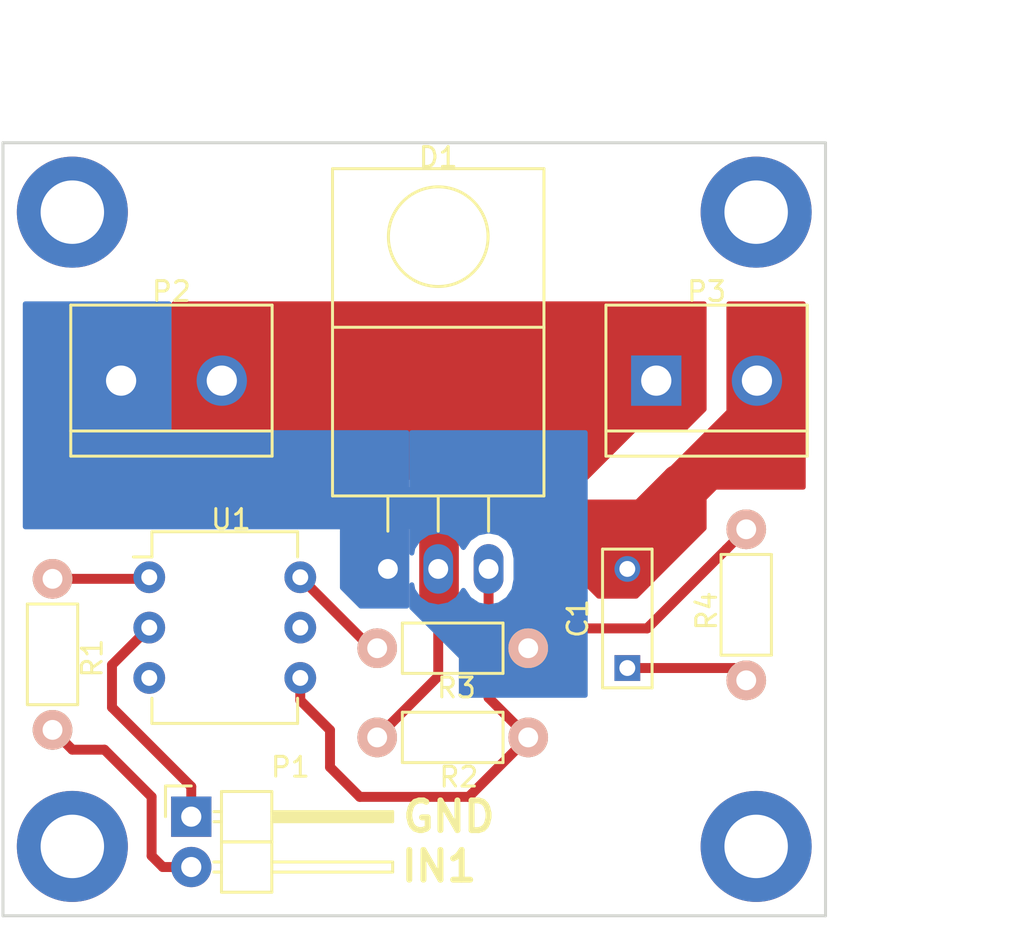
<source format=kicad_pcb>
(kicad_pcb (version 20171130) (host pcbnew "(5.0.0)")

  (general
    (thickness 1.6)
    (drawings 8)
    (tracks 53)
    (zones 0)
    (modules 14)
    (nets 10)
  )

  (page A4)
  (layers
    (0 F.Cu signal)
    (31 B.Cu signal)
    (32 B.Adhes user)
    (33 F.Adhes user)
    (34 B.Paste user)
    (35 F.Paste user)
    (36 B.SilkS user)
    (37 F.SilkS user)
    (38 B.Mask user)
    (39 F.Mask user)
    (40 Dwgs.User user)
    (41 Cmts.User user)
    (42 Eco1.User user)
    (43 Eco2.User user)
    (44 Edge.Cuts user)
    (45 Margin user)
    (46 B.CrtYd user)
    (47 F.CrtYd user)
    (48 B.Fab user)
    (49 F.Fab user)
  )

  (setup
    (last_trace_width 0.5)
    (trace_clearance 0.2)
    (zone_clearance 0.508)
    (zone_45_only no)
    (trace_min 0.2)
    (segment_width 0.2)
    (edge_width 0.15)
    (via_size 0.6)
    (via_drill 0.4)
    (via_min_size 0.4)
    (via_min_drill 0.3)
    (uvia_size 0.3)
    (uvia_drill 0.1)
    (uvias_allowed no)
    (uvia_min_size 0.2)
    (uvia_min_drill 0.1)
    (pcb_text_width 0.3)
    (pcb_text_size 1.5 1.5)
    (mod_edge_width 0.15)
    (mod_text_size 1 1)
    (mod_text_width 0.15)
    (pad_size 1.524 1.524)
    (pad_drill 0.762)
    (pad_to_mask_clearance 0.2)
    (aux_axis_origin 0 0)
    (visible_elements 7FFFEFFF)
    (pcbplotparams
      (layerselection 0x010e0_80000001)
      (usegerberextensions false)
      (usegerberattributes false)
      (usegerberadvancedattributes false)
      (creategerberjobfile false)
      (excludeedgelayer true)
      (linewidth 0.100000)
      (plotframeref false)
      (viasonmask false)
      (mode 1)
      (useauxorigin false)
      (hpglpennumber 1)
      (hpglpenspeed 20)
      (hpglpendiameter 15.000000)
      (psnegative false)
      (psa4output false)
      (plotreference true)
      (plotvalue true)
      (plotinvisibletext false)
      (padsonsilk false)
      (subtractmaskfromsilk false)
      (outputformat 1)
      (mirror false)
      (drillshape 0)
      (scaleselection 1)
      (outputdirectory "../../../../Desktop/ACPowerController/"))
  )

  (net 0 "")
  (net 1 "Net-(C1-Pad1)")
  (net 2 "Net-(C1-Pad2)")
  (net 3 "Net-(D1-Pad1)")
  (net 4 "Net-(D1-Pad3)")
  (net 5 GND)
  (net 6 "Net-(P1-Pad2)")
  (net 7 "Net-(P2-Pad2)")
  (net 8 "Net-(R1-Pad1)")
  (net 9 "Net-(R3-Pad2)")

  (net_class Default "This is the default net class."
    (clearance 0.2)
    (trace_width 0.5)
    (via_dia 0.6)
    (via_drill 0.4)
    (uvia_dia 0.3)
    (uvia_drill 0.1)
    (add_net GND)
    (add_net "Net-(D1-Pad3)")
    (add_net "Net-(P1-Pad2)")
    (add_net "Net-(R1-Pad1)")
    (add_net "Net-(R3-Pad2)")
  )

  (net_class PowerAC ""
    (clearance 0.2)
    (trace_width 1.5)
    (via_dia 0.6)
    (via_drill 0.4)
    (uvia_dia 0.3)
    (uvia_drill 0.1)
    (add_net "Net-(C1-Pad1)")
    (add_net "Net-(C1-Pad2)")
    (add_net "Net-(D1-Pad1)")
    (add_net "Net-(P2-Pad2)")
  )

  (module Mounting_Holes:MountingHole_3.2mm_M3_DIN965_Pad (layer F.Cu) (tedit 585B9712) (tstamp 585B971E)
    (at 147 72.5)
    (descr "Mounting Hole 3.2mm, M3, DIN965")
    (tags "mounting hole 3.2mm m3 din965")
    (fp_text reference "" (at -4 0 90) (layer F.SilkS)
      (effects (font (size 1 1) (thickness 0.15)))
    )
    (fp_text value "" (at 0 3.8) (layer F.Fab)
      (effects (font (size 1 1) (thickness 0.15)))
    )
    (fp_circle (center 0 0) (end 2.8 0) (layer Cmts.User) (width 0.15))
    (fp_circle (center 0 0) (end 3.05 0) (layer F.CrtYd) (width 0.05))
    (pad 1 thru_hole circle (at 0 0) (size 5.6 5.6) (drill 3.2) (layers *.Cu *.Mask))
  )

  (module Mounting_Holes:MountingHole_3.2mm_M3_DIN965_Pad (layer F.Cu) (tedit 585B970F) (tstamp 585B9718)
    (at 147 104.5)
    (descr "Mounting Hole 3.2mm, M3, DIN965")
    (tags "mounting hole 3.2mm m3 din965")
    (fp_text reference "" (at -4 0 90) (layer F.SilkS)
      (effects (font (size 1 1) (thickness 0.15)))
    )
    (fp_text value "" (at 0 3.8) (layer F.Fab)
      (effects (font (size 1 1) (thickness 0.15)))
    )
    (fp_circle (center 0 0) (end 2.8 0) (layer Cmts.User) (width 0.15))
    (fp_circle (center 0 0) (end 3.05 0) (layer F.CrtYd) (width 0.05))
    (pad 1 thru_hole circle (at 0 0) (size 5.6 5.6) (drill 3.2) (layers *.Cu *.Mask))
  )

  (module Mounting_Holes:MountingHole_3.2mm_M3_DIN965_Pad (layer F.Cu) (tedit 585B9716) (tstamp 585B9712)
    (at 112.5 104.5)
    (descr "Mounting Hole 3.2mm, M3, DIN965")
    (tags "mounting hole 3.2mm m3 din965")
    (fp_text reference "" (at 4 0 90) (layer F.SilkS)
      (effects (font (size 1 1) (thickness 0.15)))
    )
    (fp_text value "" (at 0 3.8) (layer F.Fab)
      (effects (font (size 1 1) (thickness 0.15)))
    )
    (fp_circle (center 0 0) (end 2.8 0) (layer Cmts.User) (width 0.15))
    (fp_circle (center 0 0) (end 3.05 0) (layer F.CrtYd) (width 0.05))
    (pad 1 thru_hole circle (at 0 0) (size 5.6 5.6) (drill 3.2) (layers *.Cu *.Mask))
  )

  (module Capacitors_ThroughHole:C_Rect_L7_W2.5_P5 (layer F.Cu) (tedit 0) (tstamp 585B639D)
    (at 140.5 95.5 90)
    (descr "Film Capacitor Length 7mm x Width 2.5mm, Pitch 5mm")
    (tags Capacitor)
    (path /585B666B)
    (fp_text reference C1 (at 2.5 -2.5 90) (layer F.SilkS)
      (effects (font (size 1 1) (thickness 0.15)))
    )
    (fp_text value 0.01uF (at 2.5 2.5 90) (layer F.Fab)
      (effects (font (size 1 1) (thickness 0.15)))
    )
    (fp_line (start -1.25 -1.5) (end 6.25 -1.5) (layer F.CrtYd) (width 0.05))
    (fp_line (start 6.25 -1.5) (end 6.25 1.5) (layer F.CrtYd) (width 0.05))
    (fp_line (start 6.25 1.5) (end -1.25 1.5) (layer F.CrtYd) (width 0.05))
    (fp_line (start -1.25 1.5) (end -1.25 -1.5) (layer F.CrtYd) (width 0.05))
    (fp_line (start -1 -1.25) (end 6 -1.25) (layer F.SilkS) (width 0.15))
    (fp_line (start 6 -1.25) (end 6 1.25) (layer F.SilkS) (width 0.15))
    (fp_line (start 6 1.25) (end -1 1.25) (layer F.SilkS) (width 0.15))
    (fp_line (start -1 1.25) (end -1 -1.25) (layer F.SilkS) (width 0.15))
    (pad 1 thru_hole rect (at 0 0 90) (size 1.3 1.3) (drill 0.8) (layers *.Cu *.Mask)
      (net 1 "Net-(C1-Pad1)"))
    (pad 2 thru_hole circle (at 5 0 90) (size 1.3 1.3) (drill 0.8) (layers *.Cu *.Mask)
      (net 2 "Net-(C1-Pad2)"))
    (model ${KISYS3DMOD}/Capacitor_THT.3dshapes/C_Rect_L7.0mm_W2.0mm_P5.00mm.wrl
      (at (xyz 0 0 0))
      (scale (xyz 1 1 1))
      (rotate (xyz 0 0 0))
    )
  )

  (module TO_SOT_Packages_THT:TO-220_Neutral123_Horizontal (layer F.Cu) (tedit 0) (tstamp 585B63A5)
    (at 130.96 90.5)
    (descr "TO-220, Neutral, Horizontal,")
    (tags "TO-220, Neutral, Horizontal,")
    (path /585B6643)
    (fp_text reference D1 (at 0 -20.764) (layer F.SilkS)
      (effects (font (size 1 1) (thickness 0.15)))
    )
    (fp_text value BT139-800 (at 0.04 -8) (layer F.Fab)
      (effects (font (size 1 1) (thickness 0.15)))
    )
    (fp_circle (center 0 -16.764) (end 1.778 -14.986) (layer F.SilkS) (width 0.15))
    (fp_line (start -2.54 -3.683) (end -2.54 -1.905) (layer F.SilkS) (width 0.15))
    (fp_line (start 0 -3.683) (end 0 -1.905) (layer F.SilkS) (width 0.15))
    (fp_line (start 2.54 -3.683) (end 2.54 -1.905) (layer F.SilkS) (width 0.15))
    (fp_line (start 5.334 -12.192) (end 5.334 -20.193) (layer F.SilkS) (width 0.15))
    (fp_line (start 5.334 -20.193) (end -5.334 -20.193) (layer F.SilkS) (width 0.15))
    (fp_line (start -5.334 -20.193) (end -5.334 -12.192) (layer F.SilkS) (width 0.15))
    (fp_line (start 5.334 -3.683) (end 5.334 -12.192) (layer F.SilkS) (width 0.15))
    (fp_line (start 5.334 -12.192) (end -5.334 -12.192) (layer F.SilkS) (width 0.15))
    (fp_line (start -5.334 -12.192) (end -5.334 -3.683) (layer F.SilkS) (width 0.15))
    (fp_line (start 0 -3.683) (end -5.334 -3.683) (layer F.SilkS) (width 0.15))
    (fp_line (start 0 -3.683) (end 5.334 -3.683) (layer F.SilkS) (width 0.15))
    (pad 2 thru_hole oval (at 0 0 90) (size 2.49936 1.50114) (drill 1.00076) (layers *.Cu *.Mask)
      (net 2 "Net-(C1-Pad2)"))
    (pad 1 thru_hole oval (at -2.54 0 90) (size 2.49936 1.50114) (drill 1.00076) (layers *.Cu *.Mask)
      (net 3 "Net-(D1-Pad1)"))
    (pad 3 thru_hole oval (at 2.54 0 90) (size 2.49936 1.50114) (drill 1.00076) (layers *.Cu *.Mask)
      (net 4 "Net-(D1-Pad3)"))
    (pad "" np_thru_hole circle (at 0 -16.764 90) (size 3.79984 3.79984) (drill 3.79984) (layers *.Cu *.Mask))
    (model TO_SOT_Packages_THT.3dshapes/TO-220_Neutral123_Horizontal.wrl
      (at (xyz 0 0 0))
      (scale (xyz 0.3937 0.3937 0.3937))
      (rotate (xyz 0 0 0))
    )
    (model ${KISYS3DMOD}/Package_TO_SOT_THT.3dshapes/TO-220-3_Horizontal_TabDown.wrl
      (offset (xyz -2.5 0 0))
      (scale (xyz 1 1 1))
      (rotate (xyz 0 0 0))
    )
  )

  (module Pin_Headers:Pin_Header_Angled_1x02 (layer F.Cu) (tedit 0) (tstamp 585B63AB)
    (at 118.5 103)
    (descr "Through hole pin header")
    (tags "pin header")
    (path /585B662F)
    (fp_text reference P1 (at 5 -2.5 180) (layer F.SilkS)
      (effects (font (size 1 1) (thickness 0.15)))
    )
    (fp_text value UCCONN (at 11.5 1 90) (layer F.Fab)
      (effects (font (size 1 1) (thickness 0.15)))
    )
    (fp_line (start -1.5 -1.75) (end -1.5 4.3) (layer F.CrtYd) (width 0.05))
    (fp_line (start 10.65 -1.75) (end 10.65 4.3) (layer F.CrtYd) (width 0.05))
    (fp_line (start -1.5 -1.75) (end 10.65 -1.75) (layer F.CrtYd) (width 0.05))
    (fp_line (start -1.5 4.3) (end 10.65 4.3) (layer F.CrtYd) (width 0.05))
    (fp_line (start -1.3 -1.55) (end -1.3 0) (layer F.SilkS) (width 0.15))
    (fp_line (start 0 -1.55) (end -1.3 -1.55) (layer F.SilkS) (width 0.15))
    (fp_line (start 4.191 -0.127) (end 10.033 -0.127) (layer F.SilkS) (width 0.15))
    (fp_line (start 10.033 -0.127) (end 10.033 0.127) (layer F.SilkS) (width 0.15))
    (fp_line (start 10.033 0.127) (end 4.191 0.127) (layer F.SilkS) (width 0.15))
    (fp_line (start 4.191 0.127) (end 4.191 0) (layer F.SilkS) (width 0.15))
    (fp_line (start 4.191 0) (end 10.033 0) (layer F.SilkS) (width 0.15))
    (fp_line (start 1.524 -0.254) (end 1.143 -0.254) (layer F.SilkS) (width 0.15))
    (fp_line (start 1.524 0.254) (end 1.143 0.254) (layer F.SilkS) (width 0.15))
    (fp_line (start 1.524 2.286) (end 1.143 2.286) (layer F.SilkS) (width 0.15))
    (fp_line (start 1.524 2.794) (end 1.143 2.794) (layer F.SilkS) (width 0.15))
    (fp_line (start 1.524 -1.27) (end 4.064 -1.27) (layer F.SilkS) (width 0.15))
    (fp_line (start 1.524 1.27) (end 4.064 1.27) (layer F.SilkS) (width 0.15))
    (fp_line (start 1.524 1.27) (end 1.524 3.81) (layer F.SilkS) (width 0.15))
    (fp_line (start 1.524 3.81) (end 4.064 3.81) (layer F.SilkS) (width 0.15))
    (fp_line (start 4.064 2.286) (end 10.16 2.286) (layer F.SilkS) (width 0.15))
    (fp_line (start 10.16 2.286) (end 10.16 2.794) (layer F.SilkS) (width 0.15))
    (fp_line (start 10.16 2.794) (end 4.064 2.794) (layer F.SilkS) (width 0.15))
    (fp_line (start 4.064 3.81) (end 4.064 1.27) (layer F.SilkS) (width 0.15))
    (fp_line (start 4.064 1.27) (end 4.064 -1.27) (layer F.SilkS) (width 0.15))
    (fp_line (start 10.16 0.254) (end 4.064 0.254) (layer F.SilkS) (width 0.15))
    (fp_line (start 10.16 -0.254) (end 10.16 0.254) (layer F.SilkS) (width 0.15))
    (fp_line (start 4.064 -0.254) (end 10.16 -0.254) (layer F.SilkS) (width 0.15))
    (fp_line (start 1.524 1.27) (end 4.064 1.27) (layer F.SilkS) (width 0.15))
    (fp_line (start 1.524 -1.27) (end 1.524 1.27) (layer F.SilkS) (width 0.15))
    (pad 1 thru_hole rect (at 0 0) (size 2.032 2.032) (drill 1.016) (layers *.Cu *.Mask)
      (net 5 GND))
    (pad 2 thru_hole oval (at 0 2.54) (size 2.032 2.032) (drill 1.016) (layers *.Cu *.Mask)
      (net 6 "Net-(P1-Pad2)"))
    (model Pin_Headers.3dshapes/Pin_Header_Angled_1x02.wrl
      (offset (xyz 0 -1.269999980926514 0))
      (scale (xyz 1 1 1))
      (rotate (xyz 0 0 90))
    )
    (model ${KISYS3DMOD}/Connector_PinHeader_2.54mm.3dshapes/PinHeader_1x02_P2.54mm_Horizontal.wrl
      (at (xyz 0 0 0))
      (scale (xyz 1 1 1))
      (rotate (xyz 0 0 0))
    )
  )

  (module Connect:bornier2 (layer F.Cu) (tedit 0) (tstamp 585B63B1)
    (at 117.5 81)
    (descr "Bornier d'alimentation 2 pins")
    (tags DEV)
    (path /585B663C)
    (fp_text reference P2 (at 0 -4.5) (layer F.SilkS)
      (effects (font (size 1 1) (thickness 0.15)))
    )
    (fp_text value ACBUS (at 0 5.08) (layer F.Fab)
      (effects (font (size 1 1) (thickness 0.15)))
    )
    (fp_line (start 5.08 2.54) (end -5.08 2.54) (layer F.SilkS) (width 0.15))
    (fp_line (start 5.08 3.81) (end 5.08 -3.81) (layer F.SilkS) (width 0.15))
    (fp_line (start 5.08 -3.81) (end -5.08 -3.81) (layer F.SilkS) (width 0.15))
    (fp_line (start -5.08 -3.81) (end -5.08 3.81) (layer F.SilkS) (width 0.15))
    (fp_line (start -5.08 3.81) (end 5.08 3.81) (layer F.SilkS) (width 0.15))
    (pad 1 thru_hole rect (at -2.54 0) (size 2.54 2.54) (drill 1.524) (layers *.Cu *.Mask)
      (net 3 "Net-(D1-Pad1)"))
    (pad 2 thru_hole circle (at 2.54 0) (size 2.54 2.54) (drill 1.524) (layers *.Cu *.Mask)
      (net 7 "Net-(P2-Pad2)"))
    (model ${KIPRJMOD}/3dstuff/Bournier2.stp
      (at (xyz 0 0 0))
      (scale (xyz 1 1 1))
      (rotate (xyz -90 0 -90))
    )
  )

  (module Connect:bornier2 (layer F.Cu) (tedit 0) (tstamp 585B63B7)
    (at 144.5 81)
    (descr "Bornier d'alimentation 2 pins")
    (tags DEV)
    (path /585B6675)
    (fp_text reference P3 (at 0 -4.5) (layer F.SilkS)
      (effects (font (size 1 1) (thickness 0.15)))
    )
    (fp_text value LOAD (at 0 5.08) (layer F.Fab)
      (effects (font (size 1 1) (thickness 0.15)))
    )
    (fp_line (start 5.08 2.54) (end -5.08 2.54) (layer F.SilkS) (width 0.15))
    (fp_line (start 5.08 3.81) (end 5.08 -3.81) (layer F.SilkS) (width 0.15))
    (fp_line (start 5.08 -3.81) (end -5.08 -3.81) (layer F.SilkS) (width 0.15))
    (fp_line (start -5.08 -3.81) (end -5.08 3.81) (layer F.SilkS) (width 0.15))
    (fp_line (start -5.08 3.81) (end 5.08 3.81) (layer F.SilkS) (width 0.15))
    (pad 1 thru_hole rect (at -2.54 0) (size 2.54 2.54) (drill 1.524) (layers *.Cu *.Mask)
      (net 7 "Net-(P2-Pad2)"))
    (pad 2 thru_hole circle (at 2.54 0) (size 2.54 2.54) (drill 1.524) (layers *.Cu *.Mask)
      (net 2 "Net-(C1-Pad2)"))
    (model ${KIPRJMOD}/3dstuff/Bournier2.stp
      (at (xyz 0 0 0))
      (scale (xyz 1 1 1))
      (rotate (xyz -90 0 -90))
    )
  )

  (module Resistors_ThroughHole:Resistor_Horizontal_RM7mm (layer F.Cu) (tedit 569FCF07) (tstamp 585B63BD)
    (at 111.5 91 270)
    (descr "Resistor, Axial,  RM 7.62mm, 1/3W,")
    (tags "Resistor Axial RM 7.62mm 1/3W R3")
    (path /585B661F)
    (fp_text reference R1 (at 4 -2 270) (layer F.SilkS)
      (effects (font (size 1 1) (thickness 0.15)))
    )
    (fp_text value 330 (at 3.5 0 270) (layer F.Fab)
      (effects (font (size 1 1) (thickness 0.15)))
    )
    (fp_line (start -1.25 -1.5) (end 8.85 -1.5) (layer F.CrtYd) (width 0.05))
    (fp_line (start -1.25 1.5) (end -1.25 -1.5) (layer F.CrtYd) (width 0.05))
    (fp_line (start 8.85 -1.5) (end 8.85 1.5) (layer F.CrtYd) (width 0.05))
    (fp_line (start -1.25 1.5) (end 8.85 1.5) (layer F.CrtYd) (width 0.05))
    (fp_line (start 1.27 -1.27) (end 6.35 -1.27) (layer F.SilkS) (width 0.15))
    (fp_line (start 6.35 -1.27) (end 6.35 1.27) (layer F.SilkS) (width 0.15))
    (fp_line (start 6.35 1.27) (end 1.27 1.27) (layer F.SilkS) (width 0.15))
    (fp_line (start 1.27 1.27) (end 1.27 -1.27) (layer F.SilkS) (width 0.15))
    (pad 1 thru_hole circle (at 0 0 270) (size 1.99898 1.99898) (drill 1.00076) (layers *.Cu *.SilkS *.Mask)
      (net 8 "Net-(R1-Pad1)"))
    (pad 2 thru_hole circle (at 7.62 0 270) (size 1.99898 1.99898) (drill 1.00076) (layers *.Cu *.SilkS *.Mask)
      (net 6 "Net-(P1-Pad2)"))
    (model ${KISYS3DMOD}/Resistor_THT.3dshapes/R_Axial_DIN0204_L3.6mm_D1.6mm_P7.62mm_Horizontal.wrl
      (at (xyz 0 0 0))
      (scale (xyz 1 1 1))
      (rotate (xyz 0 0 0))
    )
  )

  (module Resistors_ThroughHole:Resistor_Horizontal_RM7mm (layer F.Cu) (tedit 569FCF07) (tstamp 585B63C3)
    (at 127.88 99)
    (descr "Resistor, Axial,  RM 7.62mm, 1/3W,")
    (tags "Resistor Axial RM 7.62mm 1/3W R3")
    (path /585B6657)
    (fp_text reference R2 (at 4.12 2) (layer F.SilkS)
      (effects (font (size 1 1) (thickness 0.15)))
    )
    (fp_text value 360 (at 4 0) (layer F.Fab)
      (effects (font (size 1 1) (thickness 0.15)))
    )
    (fp_line (start -1.25 -1.5) (end 8.85 -1.5) (layer F.CrtYd) (width 0.05))
    (fp_line (start -1.25 1.5) (end -1.25 -1.5) (layer F.CrtYd) (width 0.05))
    (fp_line (start 8.85 -1.5) (end 8.85 1.5) (layer F.CrtYd) (width 0.05))
    (fp_line (start -1.25 1.5) (end 8.85 1.5) (layer F.CrtYd) (width 0.05))
    (fp_line (start 1.27 -1.27) (end 6.35 -1.27) (layer F.SilkS) (width 0.15))
    (fp_line (start 6.35 -1.27) (end 6.35 1.27) (layer F.SilkS) (width 0.15))
    (fp_line (start 6.35 1.27) (end 1.27 1.27) (layer F.SilkS) (width 0.15))
    (fp_line (start 1.27 1.27) (end 1.27 -1.27) (layer F.SilkS) (width 0.15))
    (pad 1 thru_hole circle (at 0 0) (size 1.99898 1.99898) (drill 1.00076) (layers *.Cu *.SilkS *.Mask)
      (net 2 "Net-(C1-Pad2)"))
    (pad 2 thru_hole circle (at 7.62 0) (size 1.99898 1.99898) (drill 1.00076) (layers *.Cu *.SilkS *.Mask)
      (net 4 "Net-(D1-Pad3)"))
    (model ${KISYS3DMOD}/Resistor_THT.3dshapes/R_Axial_DIN0204_L3.6mm_D1.6mm_P7.62mm_Horizontal.wrl
      (at (xyz 0 0 0))
      (scale (xyz 1 1 1))
      (rotate (xyz 0 0 0))
    )
  )

  (module Resistors_ThroughHole:Resistor_Horizontal_RM7mm (layer F.Cu) (tedit 569FCF07) (tstamp 585B63C9)
    (at 135.5 94.5 180)
    (descr "Resistor, Axial,  RM 7.62mm, 1/3W,")
    (tags "Resistor Axial RM 7.62mm 1/3W R3")
    (path /585B664A)
    (fp_text reference R3 (at 3.62 -2 180) (layer F.SilkS)
      (effects (font (size 1 1) (thickness 0.15)))
    )
    (fp_text value 360 (at 3.81 0 180) (layer F.Fab)
      (effects (font (size 1 1) (thickness 0.15)))
    )
    (fp_line (start -1.25 -1.5) (end 8.85 -1.5) (layer F.CrtYd) (width 0.05))
    (fp_line (start -1.25 1.5) (end -1.25 -1.5) (layer F.CrtYd) (width 0.05))
    (fp_line (start 8.85 -1.5) (end 8.85 1.5) (layer F.CrtYd) (width 0.05))
    (fp_line (start -1.25 1.5) (end 8.85 1.5) (layer F.CrtYd) (width 0.05))
    (fp_line (start 1.27 -1.27) (end 6.35 -1.27) (layer F.SilkS) (width 0.15))
    (fp_line (start 6.35 -1.27) (end 6.35 1.27) (layer F.SilkS) (width 0.15))
    (fp_line (start 6.35 1.27) (end 1.27 1.27) (layer F.SilkS) (width 0.15))
    (fp_line (start 1.27 1.27) (end 1.27 -1.27) (layer F.SilkS) (width 0.15))
    (pad 1 thru_hole circle (at 0 0 180) (size 1.99898 1.99898) (drill 1.00076) (layers *.Cu *.SilkS *.Mask)
      (net 3 "Net-(D1-Pad1)"))
    (pad 2 thru_hole circle (at 7.62 0 180) (size 1.99898 1.99898) (drill 1.00076) (layers *.Cu *.SilkS *.Mask)
      (net 9 "Net-(R3-Pad2)"))
    (model ${KISYS3DMOD}/Resistor_THT.3dshapes/R_Axial_DIN0204_L3.6mm_D1.6mm_P7.62mm_Horizontal.wrl
      (at (xyz 0 0 0))
      (scale (xyz 1 1 1))
      (rotate (xyz 0 0 0))
    )
  )

  (module Resistors_ThroughHole:Resistor_Horizontal_RM7mm (layer F.Cu) (tedit 569FCF07) (tstamp 585B63CF)
    (at 146.5 96.12 90)
    (descr "Resistor, Axial,  RM 7.62mm, 1/3W,")
    (tags "Resistor Axial RM 7.62mm 1/3W R3")
    (path /585B6662)
    (fp_text reference R4 (at 3.5 -2 90) (layer F.SilkS)
      (effects (font (size 1 1) (thickness 0.15)))
    )
    (fp_text value 39 (at 3.81 0 90) (layer F.Fab)
      (effects (font (size 1 1) (thickness 0.15)))
    )
    (fp_line (start -1.25 -1.5) (end 8.85 -1.5) (layer F.CrtYd) (width 0.05))
    (fp_line (start -1.25 1.5) (end -1.25 -1.5) (layer F.CrtYd) (width 0.05))
    (fp_line (start 8.85 -1.5) (end 8.85 1.5) (layer F.CrtYd) (width 0.05))
    (fp_line (start -1.25 1.5) (end 8.85 1.5) (layer F.CrtYd) (width 0.05))
    (fp_line (start 1.27 -1.27) (end 6.35 -1.27) (layer F.SilkS) (width 0.15))
    (fp_line (start 6.35 -1.27) (end 6.35 1.27) (layer F.SilkS) (width 0.15))
    (fp_line (start 6.35 1.27) (end 1.27 1.27) (layer F.SilkS) (width 0.15))
    (fp_line (start 1.27 1.27) (end 1.27 -1.27) (layer F.SilkS) (width 0.15))
    (pad 1 thru_hole circle (at 0 0 90) (size 1.99898 1.99898) (drill 1.00076) (layers *.Cu *.SilkS *.Mask)
      (net 1 "Net-(C1-Pad1)"))
    (pad 2 thru_hole circle (at 7.62 0 90) (size 1.99898 1.99898) (drill 1.00076) (layers *.Cu *.SilkS *.Mask)
      (net 3 "Net-(D1-Pad1)"))
    (model ${KISYS3DMOD}/Resistor_THT.3dshapes/R_Axial_DIN0204_L3.6mm_D1.6mm_P7.62mm_Horizontal.wrl
      (at (xyz 0 0 0))
      (scale (xyz 1 1 1))
      (rotate (xyz 0 0 0))
    )
  )

  (module Housings_DIP:DIP-6_W7.62mm (layer F.Cu) (tedit 54130A77) (tstamp 585B63D9)
    (at 116.38 90.92)
    (descr "6-lead dip package, row spacing 7.62 mm (300 mils)")
    (tags "dil dip 2.54 300")
    (path /585B6618)
    (fp_text reference U1 (at 4.12 -2.92) (layer F.SilkS)
      (effects (font (size 1 1) (thickness 0.15)))
    )
    (fp_text value MOC3061M (at 3.62 2.58 90) (layer F.Fab)
      (effects (font (size 1 1) (thickness 0.15)))
    )
    (fp_line (start -1.05 -2.45) (end -1.05 7.55) (layer F.CrtYd) (width 0.05))
    (fp_line (start 8.65 -2.45) (end 8.65 7.55) (layer F.CrtYd) (width 0.05))
    (fp_line (start -1.05 -2.45) (end 8.65 -2.45) (layer F.CrtYd) (width 0.05))
    (fp_line (start -1.05 7.55) (end 8.65 7.55) (layer F.CrtYd) (width 0.05))
    (fp_line (start 0.135 -2.295) (end 0.135 -1.025) (layer F.SilkS) (width 0.15))
    (fp_line (start 7.485 -2.295) (end 7.485 -1.025) (layer F.SilkS) (width 0.15))
    (fp_line (start 7.485 7.375) (end 7.485 6.105) (layer F.SilkS) (width 0.15))
    (fp_line (start 0.135 7.375) (end 0.135 6.105) (layer F.SilkS) (width 0.15))
    (fp_line (start 0.135 -2.295) (end 7.485 -2.295) (layer F.SilkS) (width 0.15))
    (fp_line (start 0.135 7.375) (end 7.485 7.375) (layer F.SilkS) (width 0.15))
    (fp_line (start 0.135 -1.025) (end -0.8 -1.025) (layer F.SilkS) (width 0.15))
    (pad 1 thru_hole oval (at 0 0) (size 1.6 1.6) (drill 0.8) (layers *.Cu *.Mask)
      (net 8 "Net-(R1-Pad1)"))
    (pad 2 thru_hole oval (at 0 2.54) (size 1.6 1.6) (drill 0.8) (layers *.Cu *.Mask)
      (net 5 GND))
    (pad 3 thru_hole oval (at 0 5.08) (size 1.6 1.6) (drill 0.8) (layers *.Cu *.Mask))
    (pad 4 thru_hole oval (at 7.62 5.08) (size 1.6 1.6) (drill 0.8) (layers *.Cu *.Mask)
      (net 4 "Net-(D1-Pad3)"))
    (pad 5 thru_hole oval (at 7.62 2.54) (size 1.6 1.6) (drill 0.8) (layers *.Cu *.Mask))
    (pad 6 thru_hole oval (at 7.62 0) (size 1.6 1.6) (drill 0.8) (layers *.Cu *.Mask)
      (net 9 "Net-(R3-Pad2)"))
    (model Housings_DIP.3dshapes/DIP-6_W7.62mm.wrl
      (at (xyz 0 0 0))
      (scale (xyz 1 1 1))
      (rotate (xyz 0 0 0))
    )
    (model ${KISYS3DMOD}/Package_DIP.3dshapes/DIP-6_W7.62mm.wrl
      (at (xyz 0 0 0))
      (scale (xyz 1 1 1))
      (rotate (xyz 0 0 0))
    )
  )

  (module Mounting_Holes:MountingHole_3.2mm_M3_DIN965_Pad (layer F.Cu) (tedit 585B9718) (tstamp 585B96EF)
    (at 112.5 72.5)
    (descr "Mounting Hole 3.2mm, M3, DIN965")
    (tags "mounting hole 3.2mm m3 din965")
    (fp_text reference "" (at 4 0 90) (layer F.SilkS)
      (effects (font (size 1 1) (thickness 0.15)))
    )
    (fp_text value "" (at 0 3.8) (layer F.Fab)
      (effects (font (size 1 1) (thickness 0.15)))
    )
    (fp_circle (center 0 0) (end 2.8 0) (layer Cmts.User) (width 0.15))
    (fp_circle (center 0 0) (end 3.05 0) (layer F.CrtYd) (width 0.05))
    (pad 1 thru_hole circle (at 0 0) (size 5.6 5.6) (drill 3.2) (layers *.Cu *.Mask))
  )

  (gr_text IN1 (at 131 105.5) (layer F.SilkS)
    (effects (font (size 1.5 1.5) (thickness 0.3)))
  )
  (gr_text GND (at 131.5 103) (layer F.SilkS)
    (effects (font (size 1.5 1.5) (thickness 0.3)))
  )
  (dimension 41.5 (width 0.3) (layer Cmts.User)
    (gr_text "41.500 mm" (at 129.75 63.65) (layer Cmts.User)
      (effects (font (size 1.5 1.5) (thickness 0.3)))
    )
    (feature1 (pts (xy 150.5 67) (xy 150.5 62.3)))
    (feature2 (pts (xy 109 67) (xy 109 62.3)))
    (crossbar (pts (xy 109 65) (xy 150.5 65)))
    (arrow1a (pts (xy 150.5 65) (xy 149.373496 65.586421)))
    (arrow1b (pts (xy 150.5 65) (xy 149.373496 64.413579)))
    (arrow2a (pts (xy 109 65) (xy 110.126504 65.586421)))
    (arrow2b (pts (xy 109 65) (xy 110.126504 64.413579)))
  )
  (dimension 39.5 (width 0.3) (layer Cmts.User)
    (gr_text "39.500 mm" (at 157.85 88.25 270) (layer Cmts.User)
      (effects (font (size 1.5 1.5) (thickness 0.3)))
    )
    (feature1 (pts (xy 153.5 108) (xy 159.2 108)))
    (feature2 (pts (xy 153.5 68.5) (xy 159.2 68.5)))
    (crossbar (pts (xy 156.5 68.5) (xy 156.5 108)))
    (arrow1a (pts (xy 156.5 108) (xy 155.913579 106.873496)))
    (arrow1b (pts (xy 156.5 108) (xy 157.086421 106.873496)))
    (arrow2a (pts (xy 156.5 68.5) (xy 155.913579 69.626504)))
    (arrow2b (pts (xy 156.5 68.5) (xy 157.086421 69.626504)))
  )
  (gr_line (start 109 108) (end 109 69) (layer Edge.Cuts) (width 0.15))
  (gr_line (start 150.5 108) (end 109 108) (layer Edge.Cuts) (width 0.15))
  (gr_line (start 150.5 69) (end 150.5 108) (layer Edge.Cuts) (width 0.15))
  (gr_line (start 109 69) (end 150.5 69) (layer Edge.Cuts) (width 0.15))

  (segment (start 140.5 95.5) (end 145.88 95.5) (width 0.5) (layer F.Cu) (net 1))
  (segment (start 145.88 95.5) (end 146.5 96.12) (width 0.5) (layer F.Cu) (net 1))
  (segment (start 140.5 90.5) (end 140.5 88.5) (width 1.5) (layer F.Cu) (net 2))
  (segment (start 144 86) (end 143 86) (width 1.5) (layer F.Cu) (net 2))
  (segment (start 143 86) (end 140.5 88.5) (width 1.5) (layer F.Cu) (net 2))
  (segment (start 147.04 82.96) (end 144 86) (width 1.5) (layer F.Cu) (net 2))
  (segment (start 147.04 82.96) (end 147.04 81) (width 1.5) (layer F.Cu) (net 2))
  (segment (start 130.96 89) (end 130.96 90.5) (width 0.5) (layer F.Cu) (net 2))
  (segment (start 136 87.5) (end 132.5 87.5) (width 0.5) (layer F.Cu) (net 2))
  (segment (start 130.96 89) (end 131 89) (width 0.5) (layer F.Cu) (net 2))
  (segment (start 131 89) (end 132.5 87.5) (width 0.5) (layer F.Cu) (net 2))
  (segment (start 139 90.5) (end 136 87.5) (width 0.5) (layer F.Cu) (net 2))
  (segment (start 140.5 90.5) (end 139 90.5) (width 0.5) (layer F.Cu) (net 2))
  (segment (start 127.88 99) (end 130.96 95.92) (width 0.5) (layer F.Cu) (net 2))
  (segment (start 130.96 95.92) (end 130.96 90.5) (width 0.5) (layer F.Cu) (net 2))
  (segment (start 128.42 90.5) (end 128.42 87.75032) (width 1.5) (layer B.Cu) (net 3))
  (segment (start 128.42 87.75032) (end 126.66968 86) (width 1.5) (layer B.Cu) (net 3))
  (segment (start 126.66968 86) (end 117.19 86) (width 1.5) (layer B.Cu) (net 3))
  (segment (start 117.19 86) (end 114.96 83.77) (width 1.5) (layer B.Cu) (net 3))
  (segment (start 114.96 83.77) (end 114.96 81) (width 1.5) (layer B.Cu) (net 3))
  (segment (start 135.5 94.5) (end 137.5 92.5) (width 1.5) (layer B.Cu) (net 3))
  (segment (start 137.5 92.5) (end 137.5 89) (width 1.5) (layer B.Cu) (net 3))
  (segment (start 137.5 89) (end 135.5 87) (width 1.5) (layer B.Cu) (net 3))
  (segment (start 135.5 87) (end 129.92 87) (width 1.5) (layer B.Cu) (net 3))
  (segment (start 129.92 87) (end 128.42 88.5) (width 1.5) (layer B.Cu) (net 3))
  (segment (start 128.42 88.5) (end 128.42 90.5) (width 1.5) (layer B.Cu) (net 3))
  (segment (start 135.5 94.5) (end 136.499489 93.500511) (width 0.5) (layer F.Cu) (net 3))
  (segment (start 136.499489 93.500511) (end 141.499489 93.500511) (width 0.5) (layer F.Cu) (net 3))
  (segment (start 141.499489 93.500511) (end 145.500511 89.499489) (width 0.5) (layer F.Cu) (net 3))
  (segment (start 145.500511 89.499489) (end 146.5 88.5) (width 0.5) (layer F.Cu) (net 3))
  (segment (start 127 102) (end 132.5 102) (width 0.5) (layer F.Cu) (net 4))
  (segment (start 127 102) (end 125.5 100.5) (width 0.5) (layer F.Cu) (net 4))
  (segment (start 125.5 98.63137) (end 125.5 100.5) (width 0.5) (layer F.Cu) (net 4))
  (segment (start 132.5 102) (end 135.5 99) (width 0.5) (layer F.Cu) (net 4))
  (segment (start 124 96) (end 124 97.13137) (width 0.5) (layer F.Cu) (net 4))
  (segment (start 124 97.13137) (end 125.5 98.63137) (width 0.5) (layer F.Cu) (net 4))
  (segment (start 133.5 97) (end 133.5 90.5) (width 0.5) (layer F.Cu) (net 4))
  (segment (start 135.5 99) (end 133.5 97) (width 0.5) (layer F.Cu) (net 4))
  (segment (start 116.38 93.46) (end 114.5 95.34) (width 0.5) (layer F.Cu) (net 5))
  (segment (start 114.5 95.34) (end 114.5 97.484) (width 0.5) (layer F.Cu) (net 5))
  (segment (start 114.5 97.484) (end 118.5 101.484) (width 0.5) (layer F.Cu) (net 5))
  (segment (start 118.5 101.484) (end 118.5 103) (width 0.5) (layer F.Cu) (net 5))
  (segment (start 116.5 102) (end 116.5 104.97684) (width 0.5) (layer F.Cu) (net 6))
  (segment (start 116.5 104.97684) (end 117.06316 105.54) (width 0.5) (layer F.Cu) (net 6))
  (segment (start 114.119489 99.619489) (end 116.5 102) (width 0.5) (layer F.Cu) (net 6))
  (segment (start 111.5 98.62) (end 112.499489 99.619489) (width 0.5) (layer F.Cu) (net 6))
  (segment (start 112.499489 99.619489) (end 114.119489 99.619489) (width 0.5) (layer F.Cu) (net 6))
  (segment (start 117.06316 105.54) (end 118.5 105.54) (width 0.5) (layer F.Cu) (net 6))
  (segment (start 141.96 81) (end 120.04 81) (width 1.5) (layer F.Cu) (net 7))
  (segment (start 111.5 91) (end 116.3 91) (width 0.5) (layer F.Cu) (net 8))
  (segment (start 116.3 91) (end 116.38 90.92) (width 0.5) (layer F.Cu) (net 8))
  (segment (start 124 90.92) (end 127.58 94.5) (width 0.5) (layer F.Cu) (net 9))
  (segment (start 127.58 94.5) (end 127.88 94.5) (width 0.5) (layer F.Cu) (net 9))

  (zone (net 7) (net_name "Net-(P2-Pad2)") (layer F.Cu) (tstamp 0) (hatch edge 0.508)
    (connect_pads yes (clearance 0.508))
    (min_thickness 0.254)
    (fill yes (arc_segments 16) (thermal_gap 0.508) (thermal_bridge_width 0.508))
    (polygon
      (pts
        (xy 117.5 77) (xy 144.5 77) (xy 144.5 82.5) (xy 143.5 83.5) (xy 141 83.5)
        (xy 138.5 86) (xy 117.5 86)
      )
    )
    (filled_polygon
      (pts
        (xy 144.373 82.447394) (xy 143.447394 83.373) (xy 141 83.373) (xy 140.95059 83.383006) (xy 140.910197 83.410197)
        (xy 138.447394 85.873) (xy 117.627 85.873) (xy 117.627 77.127) (xy 144.373 77.127)
      )
    )
  )
  (zone (net 3) (net_name "Net-(D1-Pad1)") (layer B.Cu) (tstamp 0) (hatch edge 0.508)
    (connect_pads yes (clearance 0.508))
    (min_thickness 0.254)
    (fill yes (arc_segments 16) (thermal_gap 0.508) (thermal_bridge_width 0.508))
    (polygon
      (pts
        (xy 117.5 77) (xy 117.5 83.5) (xy 129.5 83.5) (xy 129.5 92.5) (xy 127 92.5)
        (xy 126 91.5) (xy 126 88.5) (xy 110 88.5) (xy 110 77)
      )
    )
    (filled_polygon
      (pts
        (xy 117.373 83.5) (xy 117.383006 83.54941) (xy 117.411447 83.591035) (xy 117.453841 83.618315) (xy 117.5 83.627)
        (xy 129.373 83.627) (xy 129.373 92.373) (xy 127.052606 92.373) (xy 126.127 91.447394) (xy 126.127 88.5)
        (xy 126.116994 88.45059) (xy 126.088553 88.408965) (xy 126.046159 88.381685) (xy 126 88.373) (xy 110.127 88.373)
        (xy 110.127 77.127) (xy 117.373 77.127)
      )
    )
  )
  (zone (net 3) (net_name "Net-(D1-Pad1)") (layer B.Cu) (tstamp 0) (hatch edge 0.508)
    (connect_pads yes (clearance 0.508))
    (min_thickness 0.254)
    (fill yes (arc_segments 16) (thermal_gap 0.508) (thermal_bridge_width 0.508))
    (polygon
      (pts
        (xy 129.5 83.5) (xy 138.5 83.5) (xy 138.5 97) (xy 132 97) (xy 132 95)
        (xy 129.5 92.5)
      )
    )
    (filled_polygon
      (pts
        (xy 138.373 96.873) (xy 132.127 96.873) (xy 132.127 95) (xy 132.116994 94.95059) (xy 132.089803 94.910197)
        (xy 129.627 92.447394) (xy 129.627 91.300321) (xy 129.6799 91.566268) (xy 129.980254 92.015779) (xy 130.429765 92.316133)
        (xy 130.96 92.421603) (xy 131.490235 92.316133) (xy 131.939746 92.015779) (xy 132.23 91.581384) (xy 132.520254 92.015779)
        (xy 132.969765 92.316133) (xy 133.5 92.421603) (xy 134.030235 92.316133) (xy 134.479746 92.015779) (xy 134.7801 91.566268)
        (xy 134.88557 91.036033) (xy 134.88557 89.963967) (xy 134.7801 89.433732) (xy 134.479746 88.984221) (xy 134.030235 88.683867)
        (xy 133.5 88.578397) (xy 132.969765 88.683867) (xy 132.520254 88.984221) (xy 132.23 89.418616) (xy 131.939746 88.984221)
        (xy 131.490235 88.683867) (xy 130.96 88.578397) (xy 130.429765 88.683867) (xy 129.980254 88.984221) (xy 129.6799 89.433732)
        (xy 129.627 89.699679) (xy 129.627 83.627) (xy 138.373 83.627)
      )
    )
  )
  (zone (net 2) (net_name "Net-(C1-Pad2)") (layer F.Cu) (tstamp 0) (hatch edge 0.508)
    (connect_pads yes (clearance 0.508))
    (min_thickness 0.254)
    (fill yes (arc_segments 16) (thermal_gap 0.508) (thermal_bridge_width 0.508))
    (polygon
      (pts
        (xy 145.5 77) (xy 145.5 82.5) (xy 141 87) (xy 130 87) (xy 130 92.5)
        (xy 132 92.5) (xy 132 88.5) (xy 135.5 88.5) (xy 139 92) (xy 141 92)
        (xy 144.5 88.5) (xy 144.5 87) (xy 145 86.5) (xy 149.5 86.5) (xy 149.5 77)
      )
    )
    (filled_polygon
      (pts
        (xy 149.373 86.373) (xy 145 86.373) (xy 144.95059 86.383006) (xy 144.910197 86.410197) (xy 144.410197 86.910197)
        (xy 144.382334 86.952211) (xy 144.373 87) (xy 144.373 88.447394) (xy 140.947394 91.873) (xy 139.052606 91.873)
        (xy 135.589803 88.410197) (xy 135.547789 88.382334) (xy 135.5 88.373) (xy 132 88.373) (xy 131.95059 88.383006)
        (xy 131.908965 88.411447) (xy 131.881685 88.453841) (xy 131.873 88.5) (xy 131.873 92.373) (xy 130.127 92.373)
        (xy 130.127 87.127) (xy 141 87.127) (xy 141.04941 87.116994) (xy 141.089803 87.089803) (xy 145.589803 82.589803)
        (xy 145.617666 82.547789) (xy 145.627 82.5) (xy 145.627 77.127) (xy 149.373 77.127)
      )
    )
  )
)

</source>
